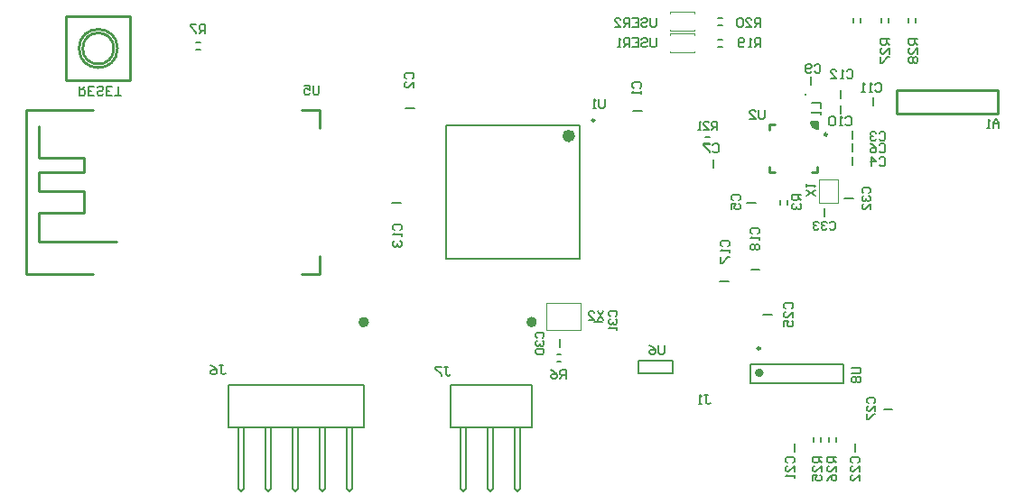
<source format=gbo>
G04 Layer_Color=32896*
%FSTAX24Y24*%
%MOIN*%
G70*
G01*
G75*
%ADD15C,0.0100*%
%ADD44C,0.0060*%
%ADD45C,0.0040*%
%ADD46C,0.0079*%
%ADD77C,0.0098*%
%ADD78C,0.0236*%
%ADD79C,0.0157*%
%ADD80C,0.0010*%
%ADD81C,0.0060*%
%ADD82C,0.0050*%
G36*
X052256Y02641D02*
X05214D01*
X05199Y02656D01*
Y026676D01*
X05224D01*
X052256Y02641D01*
D02*
G37*
D15*
X02641Y0294D02*
G03*
X02641Y0294I-00071J0D01*
G01*
X026274D02*
G03*
X026274Y0294I-000574J0D01*
G01*
X050459Y026585D02*
X050656D01*
X050459Y026388D02*
Y026585D01*
Y024813D02*
Y02501D01*
Y024813D02*
X050656D01*
X052034D02*
X052231D01*
Y02501D01*
X05891Y027D02*
Y027827D01*
X05516Y02785D02*
X0589D01*
X05516Y027D02*
Y027827D01*
Y027D02*
X0589D01*
X024519Y030581D02*
X026881D01*
X024519Y028219D02*
Y030581D01*
Y028219D02*
X026881D01*
X026881D02*
Y030581D01*
X033869Y021061D02*
Y021711D01*
X033768Y021061D02*
X033869D01*
X033623D02*
X033768D01*
X033869Y026466D02*
Y027111D01*
X033219Y021061D02*
X033623D01*
X033219Y027111D02*
X033869D01*
X023023D02*
X025519D01*
X023023Y021061D02*
Y027111D01*
Y021061D02*
X025519D01*
X023519Y025361D02*
Y026511D01*
Y025361D02*
X025168D01*
Y024811D02*
Y025361D01*
X023519Y024811D02*
X025168D01*
X023519Y024111D02*
Y024811D01*
Y024111D02*
X025168D01*
Y023311D02*
Y024111D01*
X023519Y023311D02*
X025168D01*
X023519Y022261D02*
Y023311D01*
Y022261D02*
X026369D01*
D44*
X049793Y02122D02*
X050107D01*
X048643Y0208D02*
X048957D01*
X0531Y027543D02*
Y027857D01*
X0543Y027293D02*
Y027607D01*
X0531Y026993D02*
Y027307D01*
X052Y028043D02*
Y028357D01*
X0484Y024993D02*
Y025307D01*
X049642Y0237D02*
X049957D01*
X05355Y025093D02*
Y025407D01*
Y026043D02*
Y026357D01*
X05355Y025593D02*
Y025907D01*
X045443Y0271D02*
X045757D01*
X037042Y0272D02*
X037357D01*
X036543Y0237D02*
X036857D01*
X050243Y01955D02*
X050557D01*
X05365Y014493D02*
Y014807D01*
X0514Y014493D02*
Y014807D01*
X0525Y023193D02*
Y023507D01*
X053243Y02385D02*
X053557D01*
X043993Y0193D02*
X044307D01*
X04275Y018343D02*
Y018657D01*
X054693Y01605D02*
X055007D01*
X04855Y0264D02*
Y0267D01*
X0484D01*
X04835Y02665D01*
Y02655D01*
X0484Y0265D01*
X04855D01*
X04845D02*
X04835Y0264D01*
X04805D02*
X04825D01*
X04805Y0266D01*
Y02665D01*
X0481Y0267D01*
X0482D01*
X04825Y02665D01*
X04795Y0264D02*
X04785D01*
X0479D01*
Y0267D01*
X04795Y02665D01*
X0463Y02978D02*
Y029505D01*
X046245Y02945D01*
X046135D01*
X04608Y029505D01*
Y02978D01*
X04575Y029725D02*
X045805Y02978D01*
X045915D01*
X04597Y029725D01*
Y02967D01*
X045915Y029615D01*
X045805D01*
X04575Y02956D01*
Y029505D01*
X045805Y02945D01*
X045915D01*
X04597Y029505D01*
X04542Y02978D02*
X04564D01*
Y02945D01*
X04542D01*
X04564Y029615D02*
X04553D01*
X04531Y02945D02*
Y02978D01*
X045145D01*
X04509Y029725D01*
Y029615D01*
X045145Y02956D01*
X04531D01*
X0452D02*
X04509Y02945D01*
X04498D02*
X04487D01*
X044925D01*
Y02978D01*
X04498Y029725D01*
X05352Y0176D02*
X053795D01*
X05385Y017545D01*
Y017435D01*
X053795Y01738D01*
X05352D01*
X053575Y01727D02*
X05352Y017215D01*
Y017105D01*
X053575Y01705D01*
X05363D01*
X053685Y017105D01*
X05374Y01705D01*
X053795D01*
X05385Y017105D01*
Y017215D01*
X053795Y01727D01*
X05374D01*
X053685Y017215D01*
X05363Y01727D01*
X053575D01*
X053685Y017215D02*
Y017105D01*
X05595Y02975D02*
X05562D01*
Y029585D01*
X055675Y02953D01*
X055785D01*
X05584Y029585D01*
Y02975D01*
Y02964D02*
X05595Y02953D01*
Y0292D02*
Y02942D01*
X05573Y0292D01*
X055675D01*
X05562Y029255D01*
Y029365D01*
X055675Y02942D01*
Y02909D02*
X05562Y029035D01*
Y028925D01*
X055675Y02887D01*
X05573D01*
X055785Y028925D01*
X05584Y02887D01*
X055895D01*
X05595Y028925D01*
Y029035D01*
X055895Y02909D01*
X05584D01*
X055785Y029035D01*
X05573Y02909D01*
X055675D01*
X055785Y029035D02*
Y028925D01*
X0549Y02975D02*
X05457D01*
Y029585D01*
X054625Y02953D01*
X054735D01*
X05479Y029585D01*
Y02975D01*
Y02964D02*
X0549Y02953D01*
Y0292D02*
Y02942D01*
X05468Y0292D01*
X054625D01*
X05457Y029255D01*
Y029365D01*
X054625Y02942D01*
X05457Y02909D02*
Y02887D01*
X054625D01*
X054845Y02909D01*
X0549D01*
X05295Y0143D02*
X05262D01*
Y014135D01*
X052675Y01408D01*
X052785D01*
X05284Y014135D01*
Y0143D01*
Y01419D02*
X05295Y01408D01*
Y01375D02*
Y01397D01*
X05273Y01375D01*
X052675D01*
X05262Y013805D01*
Y013915D01*
X052675Y01397D01*
X05262Y01342D02*
X052675Y01353D01*
X052785Y01364D01*
X052895D01*
X05295Y013585D01*
Y013475D01*
X052895Y01342D01*
X05284D01*
X052785Y013475D01*
Y01364D01*
X0524Y0143D02*
X05207D01*
Y014135D01*
X052125Y01408D01*
X052235D01*
X05229Y014135D01*
Y0143D01*
Y01419D02*
X0524Y01408D01*
Y01375D02*
Y01397D01*
X05218Y01375D01*
X052125D01*
X05207Y013805D01*
Y013915D01*
X052125Y01397D01*
X05207Y01342D02*
Y01364D01*
X052235D01*
X05218Y01353D01*
Y013475D01*
X052235Y01342D01*
X052345D01*
X0524Y013475D01*
Y013585D01*
X052345Y01364D01*
X051075Y01978D02*
X05102Y019835D01*
Y019945D01*
X051075Y02D01*
X051295D01*
X05135Y019945D01*
Y019835D01*
X051295Y01978D01*
X05135Y01945D02*
Y01967D01*
X05113Y01945D01*
X051075D01*
X05102Y019505D01*
Y019615D01*
X051075Y01967D01*
X05102Y01912D02*
Y01934D01*
X051185D01*
X05113Y01923D01*
Y019175D01*
X051185Y01912D01*
X051295D01*
X05135Y019175D01*
Y019285D01*
X051295Y01934D01*
X053525Y01408D02*
X05347Y014135D01*
Y014245D01*
X053525Y0143D01*
X053745D01*
X0538Y014245D01*
Y014135D01*
X053745Y01408D01*
X0538Y01375D02*
Y01397D01*
X05358Y01375D01*
X053525D01*
X05347Y013805D01*
Y013915D01*
X053525Y01397D01*
X0538Y01342D02*
Y01364D01*
X05358Y01342D01*
X053525D01*
X05347Y013475D01*
Y013585D01*
X053525Y01364D01*
X051125Y01408D02*
X05107Y014135D01*
Y014245D01*
X051125Y0143D01*
X051345D01*
X0514Y014245D01*
Y014135D01*
X051345Y01408D01*
X0514Y01375D02*
Y01397D01*
X05118Y01375D01*
X051125D01*
X05107Y013805D01*
Y013915D01*
X051125Y01397D01*
X0514Y01364D02*
Y01353D01*
Y013585D01*
X05107D01*
X051125Y01364D01*
X0466Y01843D02*
Y018155D01*
X046545Y0181D01*
X046435D01*
X04638Y018155D01*
Y01843D01*
X04605D02*
X04616Y018375D01*
X04627Y018265D01*
Y018155D01*
X046215Y0181D01*
X046105D01*
X04605Y018155D01*
Y01821D01*
X046105Y018265D01*
X04627D01*
X03018Y01768D02*
X03029D01*
X030235D01*
Y017405D01*
X03029Y01735D01*
X030345D01*
X0304Y017405D01*
X02985Y01768D02*
X02996Y017625D01*
X03007Y017515D01*
Y017405D01*
X030015Y01735D01*
X029905D01*
X02985Y017405D01*
Y01746D01*
X029905Y017515D01*
X03007D01*
X036625Y02268D02*
X03657Y022735D01*
Y022845D01*
X036625Y0229D01*
X036845D01*
X0369Y022845D01*
Y022735D01*
X036845Y02268D01*
X0369Y02257D02*
Y02246D01*
Y022515D01*
X03657D01*
X036625Y02257D01*
Y022295D02*
X03657Y02224D01*
Y02213D01*
X036625Y022075D01*
X03668D01*
X036735Y02213D01*
Y022185D01*
Y02213D01*
X03679Y022075D01*
X036845D01*
X0369Y02213D01*
Y02224D01*
X036845Y022295D01*
X037075Y02828D02*
X03702Y028335D01*
Y028445D01*
X037075Y0285D01*
X037295D01*
X03735Y028445D01*
Y028335D01*
X037295Y02828D01*
X03735Y02795D02*
Y02817D01*
X03713Y02795D01*
X037075D01*
X03702Y028005D01*
Y028115D01*
X037075Y02817D01*
X045475Y02793D02*
X04542Y027985D01*
Y028095D01*
X045475Y02815D01*
X045695D01*
X04575Y028095D01*
Y027985D01*
X045695Y02793D01*
X04575Y02782D02*
Y02771D01*
Y027765D01*
X04542D01*
X045475Y02782D01*
X03848Y01763D02*
X03859D01*
X038535D01*
Y017355D01*
X03859Y0173D01*
X038645D01*
X0387Y017355D01*
X03837Y01763D02*
X03815D01*
Y017575D01*
X03837Y017355D01*
Y0173D01*
X04808Y01658D02*
X04819D01*
X048135D01*
Y016305D01*
X04819Y01625D01*
X048245D01*
X0483Y016305D01*
X04797Y01625D02*
X04786D01*
X047915D01*
Y01658D01*
X04797Y016525D01*
X04435Y01968D02*
X04413Y01935D01*
Y01968D02*
X04435Y01935D01*
X0438D02*
X04402D01*
X0438Y01957D01*
Y019625D01*
X043855Y01968D01*
X043965D01*
X04402Y019625D01*
X03385Y02803D02*
Y027755D01*
X033795Y0277D01*
X033685D01*
X03363Y027755D01*
Y02803D01*
X0333D02*
X03352D01*
Y027865D01*
X03341Y02792D01*
X033355D01*
X0333Y027865D01*
Y027755D01*
X033355Y0277D01*
X033465D01*
X03352Y027755D01*
X0444Y02753D02*
Y027255D01*
X044345Y0272D01*
X044235D01*
X04418Y027255D01*
Y02753D01*
X04407Y0272D02*
X04396D01*
X044015D01*
Y02753D01*
X04407Y027475D01*
X025Y028D02*
Y02767D01*
X025165D01*
X02522Y027725D01*
Y027835D01*
X025165Y02789D01*
X025D01*
X02511D02*
X02522Y028D01*
X02555Y02767D02*
X02533D01*
Y028D01*
X02555D01*
X02533Y027835D02*
X02544D01*
X02588Y027725D02*
X025825Y02767D01*
X025715D01*
X02566Y027725D01*
Y02778D01*
X025715Y027835D01*
X025825D01*
X02588Y02789D01*
Y027945D01*
X025825Y028D01*
X025715D01*
X02566Y027945D01*
X02621Y02767D02*
X02599D01*
Y028D01*
X02621D01*
X02599Y027835D02*
X0261D01*
X02632Y02767D02*
X026539D01*
X02643D01*
Y028D01*
X02965Y02995D02*
Y03028D01*
X029485D01*
X02943Y030225D01*
Y030115D01*
X029485Y03006D01*
X02965D01*
X02954D02*
X02943Y02995D01*
X02932Y03028D02*
X0291D01*
Y030225D01*
X02932Y030005D01*
Y02995D01*
X04296Y0172D02*
Y01753D01*
X042795D01*
X04274Y017475D01*
Y017365D01*
X042795Y01731D01*
X04296D01*
X04285D02*
X04274Y0172D01*
X04241Y01753D02*
X04252Y017475D01*
X04263Y017365D01*
Y017255D01*
X042575Y0172D01*
X042465D01*
X04241Y017255D01*
Y01731D01*
X042465Y017365D01*
X04263D01*
X05895Y02645D02*
Y02667D01*
X05884Y02678D01*
X05873Y02667D01*
Y02645D01*
Y026615D01*
X05895D01*
X05862Y02645D02*
X05851D01*
X058565D01*
Y02678D01*
X05862Y026725D01*
X052032Y0274D02*
X052362D01*
Y02718D01*
Y02707D02*
Y02696D01*
Y027015D01*
X052032D01*
X052087Y02707D01*
X05165Y024D02*
X05132D01*
Y023835D01*
X051375Y02378D01*
X051485D01*
X05154Y023835D01*
Y024D01*
Y02389D02*
X05165Y02378D01*
X051375Y02367D02*
X05132Y023615D01*
Y023505D01*
X051375Y02345D01*
X05143D01*
X051485Y023505D01*
Y02356D01*
Y023505D01*
X05154Y02345D01*
X051595D01*
X05165Y023505D01*
Y023615D01*
X051595Y02367D01*
X05218Y02395D02*
X05185Y02417D01*
X05218D02*
X05185Y02395D01*
Y02428D02*
Y02439D01*
Y024335D01*
X05218D01*
X052125Y02428D01*
X0503Y02713D02*
Y026855D01*
X050245Y0268D01*
X050135D01*
X05008Y026855D01*
Y02713D01*
X04975Y0268D02*
X04997D01*
X04975Y02702D01*
Y027075D01*
X049805Y02713D01*
X049915D01*
X04997Y027075D01*
X05453Y025825D02*
X054585Y02588D01*
X054695D01*
X05475Y025825D01*
Y025605D01*
X054695Y02555D01*
X054585D01*
X05453Y025605D01*
X0542Y02588D02*
X05431Y025825D01*
X05442Y025715D01*
Y025605D01*
X054365Y02555D01*
X054255D01*
X0542Y025605D01*
Y02566D01*
X054255Y025715D01*
X05442D01*
X05453Y026275D02*
X054585Y02633D01*
X054695D01*
X05475Y026275D01*
Y026055D01*
X054695Y026D01*
X054585D01*
X05453Y026055D01*
X05442Y026275D02*
X054365Y02633D01*
X054255D01*
X0542Y026275D01*
Y02622D01*
X054255Y026165D01*
X05431D01*
X054255D01*
X0542Y02611D01*
Y026055D01*
X054255Y026D01*
X054365D01*
X05442Y026055D01*
X05453Y025325D02*
X054585Y02538D01*
X054695D01*
X05475Y025325D01*
Y025105D01*
X054695Y02505D01*
X054585D01*
X05453Y025105D01*
X054255Y02505D02*
Y02538D01*
X05442Y025215D01*
X0542D01*
X049125Y02378D02*
X04907Y023835D01*
Y023945D01*
X049125Y024D01*
X049345D01*
X0494Y023945D01*
Y023835D01*
X049345Y02378D01*
X04907Y02345D02*
Y02367D01*
X049235D01*
X04918Y02356D01*
Y023505D01*
X049235Y02345D01*
X049345D01*
X0494Y023505D01*
Y023615D01*
X049345Y02367D01*
X04838Y025825D02*
X048435Y02588D01*
X048545D01*
X0486Y025825D01*
Y025605D01*
X048545Y02555D01*
X048435D01*
X04838Y025605D01*
X04827Y02588D02*
X04805D01*
Y025825D01*
X04827Y025605D01*
Y02555D01*
X052135Y028775D02*
X05219Y02883D01*
X0523D01*
X052355Y028775D01*
Y028555D01*
X0523Y0285D01*
X05219D01*
X052135Y028555D01*
X052025D02*
X05197Y0285D01*
X05186D01*
X051805Y028555D01*
Y028775D01*
X05186Y02883D01*
X05197D01*
X052025Y028775D01*
Y02872D01*
X05197Y028665D01*
X051805D01*
X05328Y026825D02*
X053335Y02688D01*
X053445D01*
X0535Y026825D01*
Y026605D01*
X053445Y02655D01*
X053335D01*
X05328Y026605D01*
X05317Y02655D02*
X05306D01*
X053115D01*
Y02688D01*
X05317Y026825D01*
X052895D02*
X05284Y02688D01*
X05273D01*
X052675Y026825D01*
Y026605D01*
X05273Y02655D01*
X05284D01*
X052895Y026605D01*
Y026825D01*
X05438Y028075D02*
X054435Y02813D01*
X054545D01*
X0546Y028075D01*
Y027855D01*
X054545Y0278D01*
X054435D01*
X05438Y027855D01*
X05427Y0278D02*
X05416D01*
X054215D01*
Y02813D01*
X05427Y028075D01*
X053995Y0278D02*
X053885D01*
X05394D01*
Y02813D01*
X053995Y028075D01*
X05333Y028575D02*
X053385Y02863D01*
X053495D01*
X05355Y028575D01*
Y028355D01*
X053495Y0283D01*
X053385D01*
X05333Y028355D01*
X05322Y0283D02*
X05311D01*
X053165D01*
Y02863D01*
X05322Y028575D01*
X052725Y0283D02*
X052945D01*
X052725Y02852D01*
Y028575D01*
X05278Y02863D01*
X05289D01*
X052945Y028575D01*
X048725Y02208D02*
X04867Y022135D01*
Y022245D01*
X048725Y0223D01*
X048945D01*
X049Y022245D01*
Y022135D01*
X048945Y02208D01*
X049Y02197D02*
Y02186D01*
Y021915D01*
X04867D01*
X048725Y02197D01*
X04867Y021695D02*
Y021475D01*
X048725D01*
X048945Y021695D01*
X049D01*
X049825Y02255D02*
X04977Y022605D01*
Y022715D01*
X049825Y02277D01*
X050045D01*
X0501Y022715D01*
Y022605D01*
X050045Y02255D01*
X0501Y02244D02*
Y02233D01*
Y022385D01*
X04977D01*
X049825Y02244D01*
Y022165D02*
X04977Y02211D01*
Y022D01*
X049825Y021945D01*
X04988D01*
X049935Y022D01*
X04999Y021945D01*
X050045D01*
X0501Y022D01*
Y02211D01*
X050045Y022165D01*
X04999D01*
X049935Y02211D01*
X04988Y022165D01*
X049825D01*
X049935Y02211D02*
Y022D01*
X0463Y03053D02*
Y030255D01*
X046245Y0302D01*
X046135D01*
X04608Y030255D01*
Y03053D01*
X04575Y030475D02*
X045805Y03053D01*
X045915D01*
X04597Y030475D01*
Y03042D01*
X045915Y030365D01*
X045805D01*
X04575Y03031D01*
Y030255D01*
X045805Y0302D01*
X045915D01*
X04597Y030255D01*
X04542Y03053D02*
X04564D01*
Y0302D01*
X04542D01*
X04564Y030365D02*
X04553D01*
X04531Y0302D02*
Y03053D01*
X045145D01*
X04509Y030475D01*
Y030365D01*
X045145Y03031D01*
X04531D01*
X0452D02*
X04509Y0302D01*
X04476D02*
X04498D01*
X04476Y03042D01*
Y030475D01*
X044815Y03053D01*
X044925D01*
X04498Y030475D01*
X05015Y02945D02*
Y02978D01*
X049985D01*
X04993Y029725D01*
Y029615D01*
X049985Y02956D01*
X05015D01*
X05004D02*
X04993Y02945D01*
X04982D02*
X04971D01*
X049765D01*
Y02978D01*
X04982Y029725D01*
X049545Y029505D02*
X04949Y02945D01*
X04938D01*
X049325Y029505D01*
Y029725D01*
X04938Y02978D01*
X04949D01*
X049545Y029725D01*
Y02967D01*
X04949Y029615D01*
X049325D01*
X05015Y0302D02*
Y03053D01*
X049985D01*
X04993Y030475D01*
Y030365D01*
X049985Y03031D01*
X05015D01*
X05004D02*
X04993Y0302D01*
X0496D02*
X04982D01*
X0496Y03042D01*
Y030475D01*
X049655Y03053D01*
X049765D01*
X04982Y030475D01*
X04949D02*
X049435Y03053D01*
X049325D01*
X04927Y030475D01*
Y030255D01*
X049325Y0302D01*
X049435D01*
X04949Y030255D01*
Y030475D01*
X05413Y01628D02*
X05408Y01633D01*
Y01643D01*
X05413Y01648D01*
X05433D01*
X05438Y01643D01*
Y01633D01*
X05433Y01628D01*
X05438Y01598D02*
Y01618D01*
X05418Y01598D01*
X05413D01*
X05408Y01603D01*
Y01613D01*
X05413Y01618D01*
X05408Y01588D02*
Y01568D01*
X05413D01*
X05433Y01588D01*
X05438D01*
X0419Y0187D02*
X04185Y01875D01*
Y01885D01*
X0419Y0189D01*
X0421D01*
X04215Y01885D01*
Y01875D01*
X0421Y0187D01*
X0419Y0186D02*
X04185Y01855D01*
Y01845D01*
X0419Y0184D01*
X04195D01*
X042Y01845D01*
Y0185D01*
Y01845D01*
X04205Y0184D01*
X0421D01*
X04215Y01845D01*
Y01855D01*
X0421Y0186D01*
X0419Y0183D02*
X04185Y01825D01*
Y01815D01*
X0419Y0181D01*
X0421D01*
X04215Y01815D01*
Y01825D01*
X0421Y0183D01*
X0419D01*
X0446Y0195D02*
X04455Y01955D01*
Y01965D01*
X0446Y0197D01*
X0448D01*
X04485Y01965D01*
Y01955D01*
X0448Y0195D01*
X0446Y0194D02*
X04455Y01935D01*
Y01925D01*
X0446Y0192D01*
X04465D01*
X0447Y01925D01*
Y0193D01*
Y01925D01*
X04475Y0192D01*
X0448D01*
X04485Y01925D01*
Y01935D01*
X0448Y0194D01*
X04485Y0191D02*
Y019D01*
Y01905D01*
X04455D01*
X0446Y0191D01*
X05395Y02405D02*
X0539Y0241D01*
Y0242D01*
X05395Y02425D01*
X05415D01*
X0542Y0242D01*
Y0241D01*
X05415Y02405D01*
X05395Y02395D02*
X0539Y0239D01*
Y0238D01*
X05395Y02375D01*
X054D01*
X05405Y0238D01*
Y02385D01*
Y0238D01*
X0541Y02375D01*
X05415D01*
X0542Y0238D01*
Y0239D01*
X05415Y02395D01*
X0542Y02345D02*
Y02365D01*
X054Y02345D01*
X05395D01*
X0539Y0235D01*
Y0236D01*
X05395Y02365D01*
X0527Y02295D02*
X05275Y023D01*
X05285D01*
X0529Y02295D01*
Y02275D01*
X05285Y0227D01*
X05275D01*
X0527Y02275D01*
X0526Y02295D02*
X05255Y023D01*
X05245D01*
X0524Y02295D01*
Y0229D01*
X05245Y02285D01*
X0525D01*
X05245D01*
X0524Y0228D01*
Y02275D01*
X05245Y0227D01*
X05255D01*
X0526Y02275D01*
X0523Y02295D02*
X05225Y023D01*
X05215D01*
X0521Y02295D01*
Y0229D01*
X05215Y02285D01*
X0522D01*
X05215D01*
X0521Y0228D01*
Y02275D01*
X05215Y0227D01*
X05225D01*
X0523Y02275D01*
D45*
X0477Y03005D02*
Y0301D01*
X0468Y03005D02*
X0477D01*
X0468D02*
Y0301D01*
X0477Y0307D02*
Y03075D01*
X0468D02*
X0477D01*
X0468Y0307D02*
Y03075D01*
X0523Y02443D02*
Y02455D01*
X053D01*
Y02443D02*
Y02455D01*
X0523Y0237D02*
Y02443D01*
Y0237D02*
X053D01*
Y02443D01*
X0468Y0299D02*
Y02995D01*
X0477D01*
Y0299D02*
Y02995D01*
X0468Y02925D02*
Y0293D01*
Y02925D02*
X0477D01*
Y0293D01*
D46*
X05199Y026676D02*
G03*
X052256Y02641I000266J0D01*
G01*
X048121Y025862D02*
X048279D01*
X048121Y026138D02*
X048279D01*
X048571Y030538D02*
X048729D01*
X048571Y030262D02*
X048729D01*
X048571Y029738D02*
X048729D01*
X048571Y029462D02*
X048729D01*
X053562Y030371D02*
Y030529D01*
X053838Y030371D02*
Y030529D01*
X052256Y02641D02*
Y026676D01*
X05199D02*
X052256D01*
X051138Y023621D02*
Y023779D01*
X050862Y023621D02*
Y023779D01*
X051808Y02768D02*
Y02772D01*
X042631Y018088D02*
X042789D01*
X042631Y017812D02*
X042789D01*
X029321Y029362D02*
X029479D01*
X029321Y029638D02*
X029479D01*
X043461Y021639D02*
Y026561D01*
X038539Y021639D02*
Y026561D01*
X043461D01*
X038539Y021639D02*
X043461D01*
X0387Y016975D02*
X0417D01*
X0387Y0154D02*
Y016975D01*
Y0154D02*
X0417D01*
Y016975D01*
X0305Y01697D02*
X0355D01*
X0305Y015396D02*
Y01697D01*
Y015396D02*
X0355D01*
Y01697D01*
X052938Y014871D02*
Y015029D01*
X052662Y014871D02*
Y015029D01*
X052388Y014871D02*
Y015029D01*
X052112Y014871D02*
Y015029D01*
X049787Y017724D02*
X053213D01*
X049787Y017016D02*
X053213D01*
X049787D02*
Y017724D01*
X053213Y017016D02*
Y017724D01*
X054888Y030371D02*
Y030529D01*
X054612Y030371D02*
Y030529D01*
X055888Y030371D02*
Y030529D01*
X055612Y030371D02*
Y030529D01*
D77*
X052609Y02622D02*
G03*
X052609Y02622I-000049J0D01*
G01*
X044022Y026738D02*
G03*
X044022Y026738I-000049J0D01*
G01*
X050129Y018305D02*
G03*
X050129Y018305I-000049J0D01*
G01*
D78*
X043185Y026167D02*
G03*
X043185Y026167I-000118J0D01*
G01*
X041775Y019286D02*
G03*
X041775Y019286I-000079J0D01*
G01*
X035575Y019282D02*
G03*
X035575Y019282I-000079J0D01*
G01*
D79*
X050181Y017409D02*
G03*
X050181Y017409I-000079J0D01*
G01*
D80*
X04225Y019D02*
X04351D01*
X04225D02*
Y01998D01*
X04351D01*
X04351Y019D02*
Y01998D01*
D81*
X041086Y013313D02*
Y0154D01*
X041283Y013313D02*
Y0154D01*
X041086Y013136D02*
X041184Y013038D01*
X041086Y013136D02*
Y013313D01*
X041283Y013136D02*
Y013313D01*
X041184Y013038D02*
X041283Y013136D01*
X040184Y013038D02*
X040283Y013136D01*
Y013313D01*
X040086Y013136D02*
Y013313D01*
Y013136D02*
X040184Y013038D01*
X040283Y013313D02*
Y0154D01*
X040086Y013313D02*
Y0154D01*
X039184Y013038D02*
X039283Y013136D01*
Y013313D01*
X039086Y013136D02*
Y013313D01*
Y013136D02*
X039184Y013038D01*
X039283Y013313D02*
Y0154D01*
X039086Y013313D02*
Y0154D01*
X031886Y013309D02*
Y015396D01*
X032083Y013309D02*
Y015396D01*
X031886Y013132D02*
X031984Y013033D01*
X031886Y013132D02*
Y013309D01*
X032083Y013132D02*
Y013309D01*
X031984Y013033D02*
X032083Y013132D01*
X034886Y013309D02*
Y015396D01*
X035083Y013309D02*
Y015396D01*
X034886Y013132D02*
X034984Y013033D01*
X034886Y013132D02*
Y013309D01*
X035083Y013132D02*
Y013309D01*
X034984Y013033D02*
X035083Y013132D01*
X033984Y013033D02*
X034083Y013132D01*
Y013309D01*
X033886Y013132D02*
Y013309D01*
Y013132D02*
X033984Y013033D01*
X034083Y013309D02*
Y015396D01*
X033886Y013309D02*
Y015396D01*
X032984Y013033D02*
X033083Y013132D01*
Y013309D01*
X032886Y013132D02*
Y013309D01*
Y013132D02*
X032984Y013033D01*
X033083Y013309D02*
Y015396D01*
X032886Y013309D02*
Y015396D01*
X030984Y013033D02*
X031083Y013132D01*
Y013309D01*
X030886Y013132D02*
Y013309D01*
Y013132D02*
X030984Y013033D01*
X031083Y013309D02*
Y015396D01*
X030886Y013309D02*
Y015396D01*
D82*
X04565Y0174D02*
Y01785D01*
X0469D01*
Y0174D02*
Y01785D01*
X04565Y0174D02*
X0469D01*
M02*

</source>
